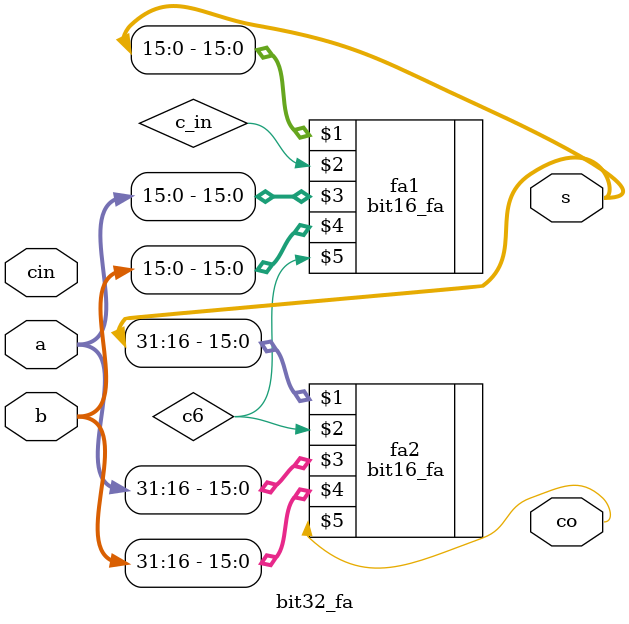
<source format=v>

`include "bit16_fa.v"

module bit32_fa
( input [31:0]a,
input [31:0]b,
input cin,
output [31:0]s,
output co);

wire c4, c5;

bit16_fa fa1(s[15:0], c_in, a[15:0], b[15:0], c6);
bit16_fa fa2(s[31:16], c6, a[31:16], b[31:16], co);

endmodule

</source>
